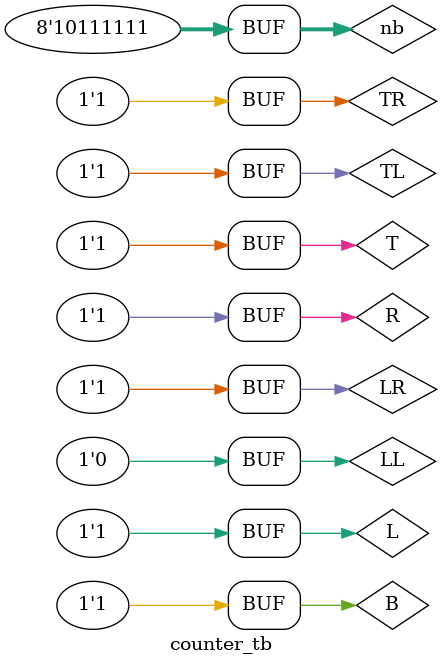
<source format=sv>

module counter (TL, T, B, TR, R, L, LL, LR, neighbours);
	input logic TL, T, B, TR, R, L, LL, LR;
	output logic [3:0] neighbours;
	
	assign neighbours = TL + T + B + TR + R + L + LL + LR;
endmodule

// testbench for counter
module counter_tb();
	logic TL, T, B, TR, R, L, LL, LR;
	logic [3:0] neighbours;
	logic [7:0] nb;
	
	assign TL = nb[0];
	assign T = nb[1];
	assign B = nb[2];
	assign TR = nb[3];
	assign R = nb[4];
	assign L = nb[5];
	assign LL = nb[6];
	assign LR = nb[7];
	
	counter dut (.TL(TL), .T(T), .B(B), .TR(TR), .R(R), .L(L), .LL(LL), .LR(LR), .neighbours(neighbours));
	
	initial begin
		nb <= 8'b01010100; #10;
		nb <= 8'b00000000; #10;
		nb <= 8'b10111111; #10;
	end
endmodule

		

		
		
</source>
